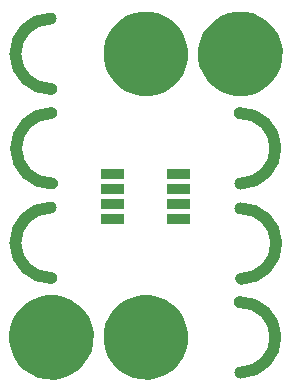
<source format=gts>
%TF.GenerationSoftware,KiCad,Pcbnew,4.0.5-e0-6337~49~ubuntu16.04.1*%
%TF.CreationDate,2017-05-28T07:13:41-07:00*%
%TF.ProjectId,3x4-555-Timer-8SOIC-Breakout,3378342D3535352D54696D65722D3853,v1.1*%
%TF.FileFunction,Soldermask,Top*%
%FSLAX46Y46*%
G04 Gerber Fmt 4.6, Leading zero omitted, Abs format (unit mm)*
G04 Created by KiCad (PCBNEW 4.0.5-e0-6337~49~ubuntu16.04.1) date Sun May 28 07:13:41 2017*
%MOMM*%
%LPD*%
G01*
G04 APERTURE LIST*
%ADD10C,0.350000*%
%ADD11C,1.000000*%
G04 APERTURE END LIST*
D10*
D11*
X34533300Y-75692675D02*
G75*
G03X34469800Y-69723000I0J2985175D01*
G01*
X18467800Y-61721325D02*
G75*
G03X18531300Y-67691000I0J-2985175D01*
G01*
X18531300Y-69722325D02*
G75*
G03X18594800Y-75692000I0J-2985175D01*
G01*
X18467800Y-77723325D02*
G75*
G03X18531300Y-83693000I0J-2985175D01*
G01*
X34596800Y-83757175D02*
G75*
G03X34533300Y-77787500I0J2985175D01*
G01*
X34533300Y-91694675D02*
G75*
G03X34469800Y-85725000I0J2985175D01*
G01*
D10*
G36*
X26906927Y-85135679D02*
X27593925Y-85276700D01*
X28240461Y-85548479D01*
X28821889Y-85940657D01*
X29316069Y-86438299D01*
X29704177Y-87022449D01*
X29971433Y-87670860D01*
X30107586Y-88358486D01*
X30107586Y-88358491D01*
X30107654Y-88358835D01*
X30096468Y-89159885D01*
X30096392Y-89160219D01*
X30096392Y-89160232D01*
X29941091Y-89843790D01*
X29655837Y-90484482D01*
X29251566Y-91057570D01*
X28743683Y-91541222D01*
X28151530Y-91917014D01*
X27497665Y-92170631D01*
X26806992Y-92292416D01*
X26105815Y-92277727D01*
X25420844Y-92127127D01*
X24778171Y-91846350D01*
X24202279Y-91446094D01*
X23715094Y-90941600D01*
X23335178Y-90352084D01*
X23076999Y-89700000D01*
X22950397Y-89010199D01*
X22960188Y-88308937D01*
X23106004Y-87622931D01*
X23382285Y-86978316D01*
X23778515Y-86399638D01*
X24279594Y-85908945D01*
X24866443Y-85524922D01*
X25516705Y-85262198D01*
X26205609Y-85130784D01*
X26906927Y-85135679D01*
X26906927Y-85135679D01*
G37*
G36*
X18906927Y-85135679D02*
X19593925Y-85276700D01*
X20240461Y-85548479D01*
X20821889Y-85940657D01*
X21316069Y-86438299D01*
X21704177Y-87022449D01*
X21971433Y-87670860D01*
X22107586Y-88358486D01*
X22107586Y-88358491D01*
X22107654Y-88358835D01*
X22096468Y-89159885D01*
X22096392Y-89160219D01*
X22096392Y-89160232D01*
X21941091Y-89843790D01*
X21655837Y-90484482D01*
X21251566Y-91057570D01*
X20743683Y-91541222D01*
X20151530Y-91917014D01*
X19497665Y-92170631D01*
X18806992Y-92292416D01*
X18105815Y-92277727D01*
X17420844Y-92127127D01*
X16778171Y-91846350D01*
X16202279Y-91446094D01*
X15715094Y-90941600D01*
X15335178Y-90352084D01*
X15076999Y-89700000D01*
X14950397Y-89010199D01*
X14960188Y-88308937D01*
X15106004Y-87622931D01*
X15382285Y-86978316D01*
X15778515Y-86399638D01*
X16279594Y-85908945D01*
X16866443Y-85524922D01*
X17516705Y-85262198D01*
X18205609Y-85130784D01*
X18906927Y-85135679D01*
X18906927Y-85135679D01*
G37*
G36*
X30258100Y-79077700D02*
X28355700Y-79077700D01*
X28355700Y-78275300D01*
X30258100Y-78275300D01*
X30258100Y-79077700D01*
X30258100Y-79077700D01*
G37*
G36*
X24658100Y-79077700D02*
X22755700Y-79077700D01*
X22755700Y-78275300D01*
X24658100Y-78275300D01*
X24658100Y-79077700D01*
X24658100Y-79077700D01*
G37*
G36*
X24658100Y-77807700D02*
X22755700Y-77807700D01*
X22755700Y-77005300D01*
X24658100Y-77005300D01*
X24658100Y-77807700D01*
X24658100Y-77807700D01*
G37*
G36*
X30258100Y-77807700D02*
X28355700Y-77807700D01*
X28355700Y-77005300D01*
X30258100Y-77005300D01*
X30258100Y-77807700D01*
X30258100Y-77807700D01*
G37*
G36*
X30258100Y-76537700D02*
X28355700Y-76537700D01*
X28355700Y-75735300D01*
X30258100Y-75735300D01*
X30258100Y-76537700D01*
X30258100Y-76537700D01*
G37*
G36*
X24658100Y-76537700D02*
X22755700Y-76537700D01*
X22755700Y-75735300D01*
X24658100Y-75735300D01*
X24658100Y-76537700D01*
X24658100Y-76537700D01*
G37*
G36*
X30258100Y-75267700D02*
X28355700Y-75267700D01*
X28355700Y-74465300D01*
X30258100Y-74465300D01*
X30258100Y-75267700D01*
X30258100Y-75267700D01*
G37*
G36*
X24658100Y-75267700D02*
X22755700Y-75267700D01*
X22755700Y-74465300D01*
X24658100Y-74465300D01*
X24658100Y-75267700D01*
X24658100Y-75267700D01*
G37*
G36*
X34906927Y-61135679D02*
X35593925Y-61276700D01*
X36240461Y-61548479D01*
X36821889Y-61940657D01*
X37316069Y-62438299D01*
X37704177Y-63022449D01*
X37971433Y-63670860D01*
X38107586Y-64358486D01*
X38107586Y-64358491D01*
X38107654Y-64358835D01*
X38096468Y-65159885D01*
X38096392Y-65160219D01*
X38096392Y-65160232D01*
X37941091Y-65843790D01*
X37655837Y-66484482D01*
X37251566Y-67057570D01*
X36743683Y-67541222D01*
X36151530Y-67917014D01*
X35497665Y-68170631D01*
X34806992Y-68292416D01*
X34105815Y-68277727D01*
X33420844Y-68127127D01*
X32778171Y-67846350D01*
X32202279Y-67446094D01*
X31715094Y-66941600D01*
X31335178Y-66352084D01*
X31076999Y-65700000D01*
X30950397Y-65010199D01*
X30960188Y-64308937D01*
X31106004Y-63622931D01*
X31382285Y-62978316D01*
X31778515Y-62399638D01*
X32279594Y-61908945D01*
X32866443Y-61524922D01*
X33516705Y-61262198D01*
X34205609Y-61130784D01*
X34906927Y-61135679D01*
X34906927Y-61135679D01*
G37*
G36*
X26906927Y-61135679D02*
X27593925Y-61276700D01*
X28240461Y-61548479D01*
X28821889Y-61940657D01*
X29316069Y-62438299D01*
X29704177Y-63022449D01*
X29971433Y-63670860D01*
X30107586Y-64358486D01*
X30107586Y-64358491D01*
X30107654Y-64358835D01*
X30096468Y-65159885D01*
X30096392Y-65160219D01*
X30096392Y-65160232D01*
X29941091Y-65843790D01*
X29655837Y-66484482D01*
X29251566Y-67057570D01*
X28743683Y-67541222D01*
X28151530Y-67917014D01*
X27497665Y-68170631D01*
X26806992Y-68292416D01*
X26105815Y-68277727D01*
X25420844Y-68127127D01*
X24778171Y-67846350D01*
X24202279Y-67446094D01*
X23715094Y-66941600D01*
X23335178Y-66352084D01*
X23076999Y-65700000D01*
X22950397Y-65010199D01*
X22960188Y-64308937D01*
X23106004Y-63622931D01*
X23382285Y-62978316D01*
X23778515Y-62399638D01*
X24279594Y-61908945D01*
X24866443Y-61524922D01*
X25516705Y-61262198D01*
X26205609Y-61130784D01*
X26906927Y-61135679D01*
X26906927Y-61135679D01*
G37*
M02*

</source>
